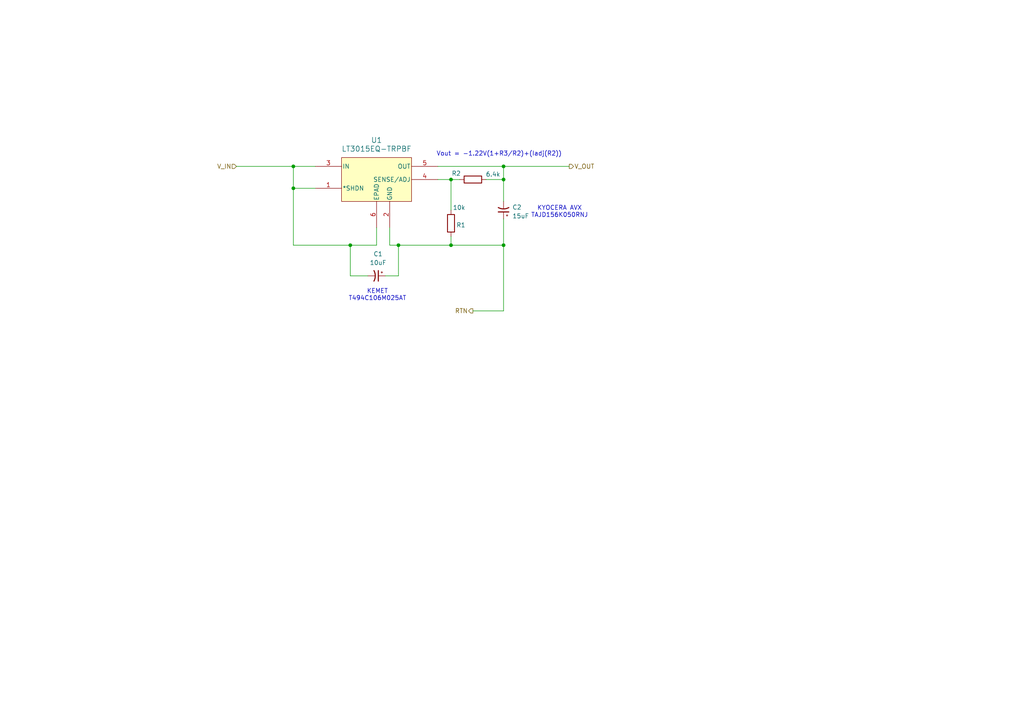
<source format=kicad_sch>
(kicad_sch
	(version 20231120)
	(generator "eeschema")
	(generator_version "8.0")
	(uuid "b0731b16-424d-45cf-9ae1-51d19507fcc2")
	(paper "A4")
	(lib_symbols
		(symbol "Analog_Dev:LT3015EQ-TRPBF"
			(pin_names
				(offset 0.254)
			)
			(exclude_from_sim no)
			(in_bom yes)
			(on_board yes)
			(property "Reference" "U"
				(at 25.4 10.16 0)
				(effects
					(font
						(size 1.524 1.524)
					)
				)
			)
			(property "Value" "LT3015EQ-TRPBF"
				(at 25.4 7.62 0)
				(effects
					(font
						(size 1.524 1.524)
					)
				)
			)
			(property "Footprint" "DDPAK-5_Q_LIT"
				(at 2.032 4.318 0)
				(effects
					(font
						(size 1.27 1.27)
						(italic yes)
					)
					(hide yes)
				)
			)
			(property "Datasheet" "LT3015EQ-TRPBF"
				(at 1.778 7.112 0)
				(effects
					(font
						(size 1.27 1.27)
						(italic yes)
					)
					(hide yes)
				)
			)
			(property "Description" ""
				(at 0 0 0)
				(effects
					(font
						(size 1.27 1.27)
					)
					(hide yes)
				)
			)
			(property "ki_locked" ""
				(at 0 0 0)
				(effects
					(font
						(size 1.27 1.27)
					)
				)
			)
			(property "ki_keywords" "LT3015EQ#TRPBF"
				(at 0 0 0)
				(effects
					(font
						(size 1.27 1.27)
					)
					(hide yes)
				)
			)
			(property "ki_fp_filters" "DDPAK-5_Q_LIT DDPAK-5_Q_LIT-M DDPAK-5_Q_LIT-L"
				(at 0 0 0)
				(effects
					(font
						(size 1.27 1.27)
					)
					(hide yes)
				)
			)
			(symbol "LT3015EQ-TRPBF_0_1"
				(pin bidirectional line
					(at 5.08 -5.08 0)
					(length 7.62)
					(name "*SHDN"
						(effects
							(font
								(size 1.27 1.27)
							)
						)
					)
					(number "1"
						(effects
							(font
								(size 1.27 1.27)
							)
						)
					)
				)
				(pin power_in line
					(at 26.67 -16.51 90)
					(length 7.62)
					(name "GND"
						(effects
							(font
								(size 1.27 1.27)
							)
						)
					)
					(number "2"
						(effects
							(font
								(size 1.27 1.27)
							)
						)
					)
				)
				(pin input line
					(at 5.08 1.27 0)
					(length 7.62)
					(name "IN"
						(effects
							(font
								(size 1.27 1.27)
							)
						)
					)
					(number "3"
						(effects
							(font
								(size 1.27 1.27)
							)
						)
					)
				)
				(pin input line
					(at 40.64 -2.54 180)
					(length 7.62)
					(name "SENSE/ADJ"
						(effects
							(font
								(size 1.27 1.27)
							)
						)
					)
					(number "4"
						(effects
							(font
								(size 1.27 1.27)
							)
						)
					)
				)
				(pin output line
					(at 40.64 1.27 180)
					(length 7.62)
					(name "OUT"
						(effects
							(font
								(size 1.27 1.27)
							)
						)
					)
					(number "5"
						(effects
							(font
								(size 1.27 1.27)
							)
						)
					)
				)
				(pin unspecified line
					(at 22.86 -16.51 90)
					(length 7.62)
					(name "EPAD"
						(effects
							(font
								(size 1.27 1.27)
							)
						)
					)
					(number "6"
						(effects
							(font
								(size 1.27 1.27)
							)
						)
					)
				)
			)
			(symbol "LT3015EQ-TRPBF_1_1"
				(rectangle
					(start 12.7 3.81)
					(end 33.02 -8.89)
					(stroke
						(width 0)
						(type default)
					)
					(fill
						(type background)
					)
				)
			)
		)
		(symbol "Device:C_Polarized_Small_US"
			(pin_numbers hide)
			(pin_names
				(offset 0.254) hide)
			(exclude_from_sim no)
			(in_bom yes)
			(on_board yes)
			(property "Reference" "C"
				(at 0.254 1.778 0)
				(effects
					(font
						(size 1.27 1.27)
					)
					(justify left)
				)
			)
			(property "Value" "C_Polarized_Small_US"
				(at 0.254 -2.032 0)
				(effects
					(font
						(size 1.27 1.27)
					)
					(justify left)
				)
			)
			(property "Footprint" ""
				(at 0 0 0)
				(effects
					(font
						(size 1.27 1.27)
					)
					(hide yes)
				)
			)
			(property "Datasheet" "~"
				(at 0 0 0)
				(effects
					(font
						(size 1.27 1.27)
					)
					(hide yes)
				)
			)
			(property "Description" "Polarized capacitor, small US symbol"
				(at 0 0 0)
				(effects
					(font
						(size 1.27 1.27)
					)
					(hide yes)
				)
			)
			(property "ki_keywords" "cap capacitor"
				(at 0 0 0)
				(effects
					(font
						(size 1.27 1.27)
					)
					(hide yes)
				)
			)
			(property "ki_fp_filters" "CP_*"
				(at 0 0 0)
				(effects
					(font
						(size 1.27 1.27)
					)
					(hide yes)
				)
			)
			(symbol "C_Polarized_Small_US_0_1"
				(polyline
					(pts
						(xy -1.524 0.508) (xy 1.524 0.508)
					)
					(stroke
						(width 0.3048)
						(type default)
					)
					(fill
						(type none)
					)
				)
				(polyline
					(pts
						(xy -1.27 1.524) (xy -0.762 1.524)
					)
					(stroke
						(width 0)
						(type default)
					)
					(fill
						(type none)
					)
				)
				(polyline
					(pts
						(xy -1.016 1.27) (xy -1.016 1.778)
					)
					(stroke
						(width 0)
						(type default)
					)
					(fill
						(type none)
					)
				)
				(arc
					(start 1.524 -0.762)
					(mid 0 -0.3734)
					(end -1.524 -0.762)
					(stroke
						(width 0.3048)
						(type default)
					)
					(fill
						(type none)
					)
				)
			)
			(symbol "C_Polarized_Small_US_1_1"
				(pin passive line
					(at 0 2.54 270)
					(length 2.032)
					(name "~"
						(effects
							(font
								(size 1.27 1.27)
							)
						)
					)
					(number "1"
						(effects
							(font
								(size 1.27 1.27)
							)
						)
					)
				)
				(pin passive line
					(at 0 -2.54 90)
					(length 2.032)
					(name "~"
						(effects
							(font
								(size 1.27 1.27)
							)
						)
					)
					(number "2"
						(effects
							(font
								(size 1.27 1.27)
							)
						)
					)
				)
			)
		)
		(symbol "Device:R"
			(pin_numbers hide)
			(pin_names
				(offset 0)
			)
			(exclude_from_sim no)
			(in_bom yes)
			(on_board yes)
			(property "Reference" "R"
				(at 2.032 0 90)
				(effects
					(font
						(size 1.27 1.27)
					)
				)
			)
			(property "Value" "R"
				(at 0 0 90)
				(effects
					(font
						(size 1.27 1.27)
					)
				)
			)
			(property "Footprint" ""
				(at -1.778 0 90)
				(effects
					(font
						(size 1.27 1.27)
					)
					(hide yes)
				)
			)
			(property "Datasheet" "~"
				(at 0 0 0)
				(effects
					(font
						(size 1.27 1.27)
					)
					(hide yes)
				)
			)
			(property "Description" "Resistor"
				(at 0 0 0)
				(effects
					(font
						(size 1.27 1.27)
					)
					(hide yes)
				)
			)
			(property "ki_keywords" "R res resistor"
				(at 0 0 0)
				(effects
					(font
						(size 1.27 1.27)
					)
					(hide yes)
				)
			)
			(property "ki_fp_filters" "R_*"
				(at 0 0 0)
				(effects
					(font
						(size 1.27 1.27)
					)
					(hide yes)
				)
			)
			(symbol "R_0_1"
				(rectangle
					(start -1.016 -2.54)
					(end 1.016 2.54)
					(stroke
						(width 0.254)
						(type default)
					)
					(fill
						(type none)
					)
				)
			)
			(symbol "R_1_1"
				(pin passive line
					(at 0 3.81 270)
					(length 1.27)
					(name "~"
						(effects
							(font
								(size 1.27 1.27)
							)
						)
					)
					(number "1"
						(effects
							(font
								(size 1.27 1.27)
							)
						)
					)
				)
				(pin passive line
					(at 0 -3.81 90)
					(length 1.27)
					(name "~"
						(effects
							(font
								(size 1.27 1.27)
							)
						)
					)
					(number "2"
						(effects
							(font
								(size 1.27 1.27)
							)
						)
					)
				)
			)
		)
	)
	(junction
		(at 130.81 71.12)
		(diameter 0)
		(color 0 0 0 0)
		(uuid "119eab65-5699-4869-ba8a-2b797344e127")
	)
	(junction
		(at 85.09 54.61)
		(diameter 0)
		(color 0 0 0 0)
		(uuid "3dafaa85-e96d-4d76-9272-3ba2dc565382")
	)
	(junction
		(at 115.57 71.12)
		(diameter 0)
		(color 0 0 0 0)
		(uuid "442cf8b3-20ce-4148-a09b-4dd94337578a")
	)
	(junction
		(at 101.6 71.12)
		(diameter 0)
		(color 0 0 0 0)
		(uuid "72e95853-1850-401c-8f39-4731c2008df4")
	)
	(junction
		(at 146.05 48.26)
		(diameter 0)
		(color 0 0 0 0)
		(uuid "7739e3fe-dcd2-42b9-aefd-e96ebe29de8c")
	)
	(junction
		(at 85.09 48.26)
		(diameter 0)
		(color 0 0 0 0)
		(uuid "b33308f6-5b45-4e9d-8dc5-3d70d4b28ab6")
	)
	(junction
		(at 146.05 52.07)
		(diameter 0)
		(color 0 0 0 0)
		(uuid "c38b3dc9-e909-4c90-938b-3d1423aa8108")
	)
	(junction
		(at 146.05 71.12)
		(diameter 0)
		(color 0 0 0 0)
		(uuid "d0ce7b8c-aff4-4e22-aee4-021e0ae7286a")
	)
	(junction
		(at 130.81 52.07)
		(diameter 0)
		(color 0 0 0 0)
		(uuid "efb81307-b9bd-489e-93f6-b537ca08b6cd")
	)
	(wire
		(pts
			(xy 146.05 71.12) (xy 130.81 71.12)
		)
		(stroke
			(width 0)
			(type default)
		)
		(uuid "065c01cd-4c6f-4bda-a061-f20ca3e39c80")
	)
	(wire
		(pts
			(xy 85.09 54.61) (xy 91.44 54.61)
		)
		(stroke
			(width 0)
			(type default)
		)
		(uuid "146e0948-9d8e-4ab9-ab61-2fb0d90d083e")
	)
	(wire
		(pts
			(xy 68.58 48.26) (xy 85.09 48.26)
		)
		(stroke
			(width 0)
			(type default)
		)
		(uuid "1ada7de2-de90-449b-9c8f-8a2a13299d4b")
	)
	(wire
		(pts
			(xy 85.09 71.12) (xy 85.09 54.61)
		)
		(stroke
			(width 0)
			(type default)
		)
		(uuid "2214427d-d75e-4e78-af22-3b7e2870c9e4")
	)
	(wire
		(pts
			(xy 115.57 71.12) (xy 130.81 71.12)
		)
		(stroke
			(width 0)
			(type default)
		)
		(uuid "25f43f2d-1fd1-4157-ae8e-65fce79c5cb0")
	)
	(wire
		(pts
			(xy 127 48.26) (xy 146.05 48.26)
		)
		(stroke
			(width 0)
			(type default)
		)
		(uuid "2a22e4fc-d078-45c5-85e8-c5c3635ea22c")
	)
	(wire
		(pts
			(xy 130.81 68.58) (xy 130.81 71.12)
		)
		(stroke
			(width 0)
			(type default)
		)
		(uuid "2bef783d-7501-4441-98c9-41971411b659")
	)
	(wire
		(pts
			(xy 130.81 52.07) (xy 133.35 52.07)
		)
		(stroke
			(width 0)
			(type default)
		)
		(uuid "2f328fdc-e506-4f0d-b505-704e5a95cb79")
	)
	(wire
		(pts
			(xy 101.6 71.12) (xy 85.09 71.12)
		)
		(stroke
			(width 0)
			(type default)
		)
		(uuid "35f13541-294b-4b93-85c7-7a7c721f24ea")
	)
	(wire
		(pts
			(xy 115.57 71.12) (xy 115.57 80.01)
		)
		(stroke
			(width 0)
			(type default)
		)
		(uuid "5076e3c9-0495-49c3-872b-90c9abef1174")
	)
	(wire
		(pts
			(xy 130.81 52.07) (xy 130.81 60.96)
		)
		(stroke
			(width 0)
			(type default)
		)
		(uuid "5a148a97-fb84-4981-a088-052589401bda")
	)
	(wire
		(pts
			(xy 109.22 71.12) (xy 101.6 71.12)
		)
		(stroke
			(width 0)
			(type default)
		)
		(uuid "5be1b1dc-6758-4c62-b925-70f951e17d03")
	)
	(wire
		(pts
			(xy 115.57 80.01) (xy 111.76 80.01)
		)
		(stroke
			(width 0)
			(type default)
		)
		(uuid "607f57d0-2dca-43c7-877c-b43285147b74")
	)
	(wire
		(pts
			(xy 146.05 63.5) (xy 146.05 71.12)
		)
		(stroke
			(width 0)
			(type default)
		)
		(uuid "72e6642a-2fdb-49a6-b745-b0b1f983186c")
	)
	(wire
		(pts
			(xy 127 52.07) (xy 130.81 52.07)
		)
		(stroke
			(width 0)
			(type default)
		)
		(uuid "794f824c-f2fe-43e7-b452-3e9acc22b33b")
	)
	(wire
		(pts
			(xy 146.05 71.12) (xy 146.05 90.17)
		)
		(stroke
			(width 0)
			(type default)
		)
		(uuid "79da2076-ee91-4394-850b-b28f0d1684c6")
	)
	(wire
		(pts
			(xy 146.05 48.26) (xy 165.1 48.26)
		)
		(stroke
			(width 0)
			(type default)
		)
		(uuid "7c08b5ab-4cfe-4c1a-8c8c-f41d403b6c5e")
	)
	(wire
		(pts
			(xy 85.09 48.26) (xy 91.44 48.26)
		)
		(stroke
			(width 0)
			(type default)
		)
		(uuid "7e9aae8b-7493-4df3-9e7f-af519ccfa31c")
	)
	(wire
		(pts
			(xy 140.97 52.07) (xy 146.05 52.07)
		)
		(stroke
			(width 0)
			(type default)
		)
		(uuid "81e41d8d-a0de-4c7f-b2f9-51f969beeb79")
	)
	(wire
		(pts
			(xy 146.05 52.07) (xy 146.05 58.42)
		)
		(stroke
			(width 0)
			(type default)
		)
		(uuid "8a86e02e-2404-49dc-a85e-2df1c90c3d20")
	)
	(wire
		(pts
			(xy 113.03 66.04) (xy 113.03 71.12)
		)
		(stroke
			(width 0)
			(type default)
		)
		(uuid "8b973043-a4d0-463c-8ee5-6d6f7a5d9f49")
	)
	(wire
		(pts
			(xy 113.03 71.12) (xy 115.57 71.12)
		)
		(stroke
			(width 0)
			(type default)
		)
		(uuid "8f9313bb-f980-432c-bbae-501c05287f5a")
	)
	(wire
		(pts
			(xy 146.05 52.07) (xy 146.05 48.26)
		)
		(stroke
			(width 0)
			(type default)
		)
		(uuid "b4d7f922-1bf5-4422-a393-da9628f3c320")
	)
	(wire
		(pts
			(xy 85.09 54.61) (xy 85.09 48.26)
		)
		(stroke
			(width 0)
			(type default)
		)
		(uuid "b774f9fd-e126-486e-912e-4adc1c1743ab")
	)
	(wire
		(pts
			(xy 109.22 66.04) (xy 109.22 71.12)
		)
		(stroke
			(width 0)
			(type default)
		)
		(uuid "c5f6aee9-fe30-4b64-9086-b294e5d4c126")
	)
	(wire
		(pts
			(xy 106.68 80.01) (xy 101.6 80.01)
		)
		(stroke
			(width 0)
			(type default)
		)
		(uuid "c74453d8-25a6-4ca8-8245-fe6a8029b420")
	)
	(wire
		(pts
			(xy 101.6 80.01) (xy 101.6 71.12)
		)
		(stroke
			(width 0)
			(type default)
		)
		(uuid "efeb106c-bd0e-42f1-a714-285c9aee1f5b")
	)
	(wire
		(pts
			(xy 137.16 90.17) (xy 146.05 90.17)
		)
		(stroke
			(width 0)
			(type default)
		)
		(uuid "f90b079a-9024-404f-91d1-35c878e5c927")
	)
	(text "Vout = -1.22V(1+R3/R2)+(Iadj(R2))"
		(exclude_from_sim no)
		(at 144.78 44.704 0)
		(effects
			(font
				(size 1.27 1.27)
			)
		)
		(uuid "724b167a-274b-4dcf-947b-0dab3487775c")
	)
	(text "KEMET\nT494C106M025AT"
		(exclude_from_sim no)
		(at 109.474 85.598 0)
		(effects
			(font
				(size 1.27 1.27)
			)
		)
		(uuid "d3376d59-0f92-441b-97cc-73d45ecab800")
	)
	(text "KYOCERA AVX\nTAJD156K050RNJ"
		(exclude_from_sim no)
		(at 162.306 61.468 0)
		(effects
			(font
				(size 1.27 1.27)
			)
		)
		(uuid "e840e0ba-c38c-44b2-a651-4372651b0233")
	)
	(hierarchical_label "V_OUT"
		(shape output)
		(at 165.1 48.26 0)
		(fields_autoplaced yes)
		(effects
			(font
				(size 1.27 1.27)
			)
			(justify left)
		)
		(uuid "815ee479-7865-425a-93f1-a3b252074933")
	)
	(hierarchical_label "V_IN"
		(shape input)
		(at 68.58 48.26 180)
		(fields_autoplaced yes)
		(effects
			(font
				(size 1.27 1.27)
			)
			(justify right)
		)
		(uuid "aa192323-591f-4ac6-a3c1-ed75cfe0dccb")
	)
	(hierarchical_label "RTN"
		(shape output)
		(at 137.16 90.17 180)
		(fields_autoplaced yes)
		(effects
			(font
				(size 1.27 1.27)
			)
			(justify right)
		)
		(uuid "d8cd945c-5721-4d09-890e-677328a21e0c")
	)
	(symbol
		(lib_id "Device:R")
		(at 137.16 52.07 90)
		(unit 1)
		(exclude_from_sim no)
		(in_bom yes)
		(on_board yes)
		(dnp no)
		(uuid "1218ab97-eb65-4093-884e-7dac1a9cfdfe")
		(property "Reference" "R2"
			(at 132.334 50.292 90)
			(effects
				(font
					(size 1.27 1.27)
				)
			)
		)
		(property "Value" "6.4k"
			(at 143.002 50.546 90)
			(effects
				(font
					(size 1.27 1.27)
				)
			)
		)
		(property "Footprint" "Resistor_SMD:R_0603_1608Metric"
			(at 137.16 53.848 90)
			(effects
				(font
					(size 1.27 1.27)
				)
				(hide yes)
			)
		)
		(property "Datasheet" "~"
			(at 137.16 52.07 0)
			(effects
				(font
					(size 1.27 1.27)
				)
				(hide yes)
			)
		)
		(property "Description" "Resistor"
			(at 137.16 52.07 0)
			(effects
				(font
					(size 1.27 1.27)
				)
				(hide yes)
			)
		)
		(pin "1"
			(uuid "6418950f-6b05-488b-ad15-a17dd6d9757c")
		)
		(pin "2"
			(uuid "8ca2ddfb-aa0c-4875-bec8-4267f47d91b4")
		)
		(instances
			(project "TPC_Warm_PDU"
				(path "/82db3d13-eee7-4cef-9304-5eb9febba289/08b7f556-8436-464d-a02b-57cafe49e6d3/02534e09-c7b9-4f1e-bdc8-ee0e60638561"
					(reference "R2")
					(unit 1)
				)
			)
		)
	)
	(symbol
		(lib_id "Device:C_Polarized_Small_US")
		(at 109.22 80.01 270)
		(unit 1)
		(exclude_from_sim no)
		(in_bom yes)
		(on_board yes)
		(dnp no)
		(fields_autoplaced yes)
		(uuid "251bc8d7-1a3a-4eef-8c12-64b35c3ec01e")
		(property "Reference" "C1"
			(at 109.6518 73.66 90)
			(effects
				(font
					(size 1.27 1.27)
				)
			)
		)
		(property "Value" "10uF"
			(at 109.6518 76.2 90)
			(effects
				(font
					(size 1.27 1.27)
				)
			)
		)
		(property "Footprint" "Capacitor_Tantalum_SMD:CP_EIA-6032-28_Kemet-C"
			(at 109.22 80.01 0)
			(effects
				(font
					(size 1.27 1.27)
				)
				(hide yes)
			)
		)
		(property "Datasheet" "~"
			(at 109.22 80.01 0)
			(effects
				(font
					(size 1.27 1.27)
				)
				(hide yes)
			)
		)
		(property "Description" "Polarized capacitor, small US symbol"
			(at 109.22 80.01 0)
			(effects
				(font
					(size 1.27 1.27)
				)
				(hide yes)
			)
		)
		(pin "2"
			(uuid "cad4a36f-d1a1-4f3a-a2da-3c769a760230")
		)
		(pin "1"
			(uuid "141ce845-657c-4eda-b8f4-d9d1e5eeed99")
		)
		(instances
			(project "TPC_Warm_PDU"
				(path "/82db3d13-eee7-4cef-9304-5eb9febba289/08b7f556-8436-464d-a02b-57cafe49e6d3/02534e09-c7b9-4f1e-bdc8-ee0e60638561"
					(reference "C1")
					(unit 1)
				)
			)
		)
	)
	(symbol
		(lib_id "Analog_Dev:LT3015EQ-TRPBF")
		(at 86.36 49.53 0)
		(unit 1)
		(exclude_from_sim no)
		(in_bom yes)
		(on_board yes)
		(dnp no)
		(fields_autoplaced yes)
		(uuid "42e22620-ab66-4838-ac8f-7146c05dfffa")
		(property "Reference" "U1"
			(at 109.22 40.64 0)
			(effects
				(font
					(size 1.524 1.524)
				)
			)
		)
		(property "Value" "LT3015EQ-TRPBF"
			(at 109.22 43.18 0)
			(effects
				(font
					(size 1.524 1.524)
				)
			)
		)
		(property "Footprint" "Analog_Dev:DDPAK-5_Q_LIT"
			(at 88.392 45.212 0)
			(effects
				(font
					(size 1.27 1.27)
					(italic yes)
				)
				(hide yes)
			)
		)
		(property "Datasheet" "LT3015EQ-TRPBF"
			(at 88.138 42.418 0)
			(effects
				(font
					(size 1.27 1.27)
					(italic yes)
				)
				(hide yes)
			)
		)
		(property "Description" ""
			(at 86.36 49.53 0)
			(effects
				(font
					(size 1.27 1.27)
				)
				(hide yes)
			)
		)
		(pin "3"
			(uuid "ae2ec23f-34ef-47f1-82f6-545541cfa9fd")
		)
		(pin "4"
			(uuid "977306c5-834e-41ce-b3c5-bd5b78055474")
		)
		(pin "5"
			(uuid "fab04f93-6c03-4ed6-89d6-55f9f7fefe4e")
		)
		(pin "6"
			(uuid "cb5b3055-0ff0-4163-9228-5b4686432d3b")
		)
		(pin "1"
			(uuid "0844a6d5-9e70-402c-b1ef-e83e8c0e2951")
		)
		(pin "2"
			(uuid "423ba7a5-c114-49bd-8cd8-1c0243d92faa")
		)
		(instances
			(project "TPC_Warm_PDU"
				(path "/82db3d13-eee7-4cef-9304-5eb9febba289/08b7f556-8436-464d-a02b-57cafe49e6d3/02534e09-c7b9-4f1e-bdc8-ee0e60638561"
					(reference "U1")
					(unit 1)
				)
			)
		)
	)
	(symbol
		(lib_id "Device:C_Polarized_Small_US")
		(at 146.05 60.96 180)
		(unit 1)
		(exclude_from_sim no)
		(in_bom yes)
		(on_board yes)
		(dnp no)
		(fields_autoplaced yes)
		(uuid "5e411a65-489b-446c-a8cf-4da6b77b4df3")
		(property "Reference" "C2"
			(at 148.59 60.1217 0)
			(effects
				(font
					(size 1.27 1.27)
				)
				(justify right)
			)
		)
		(property "Value" "15uF"
			(at 148.59 62.6617 0)
			(effects
				(font
					(size 1.27 1.27)
				)
				(justify right)
			)
		)
		(property "Footprint" "Capacitor_Tantalum_SMD:CP_EIA-7343-15_Kemet-W"
			(at 146.05 60.96 0)
			(effects
				(font
					(size 1.27 1.27)
				)
				(hide yes)
			)
		)
		(property "Datasheet" "~"
			(at 146.05 60.96 0)
			(effects
				(font
					(size 1.27 1.27)
				)
				(hide yes)
			)
		)
		(property "Description" "Polarized capacitor, small US symbol"
			(at 146.05 60.96 0)
			(effects
				(font
					(size 1.27 1.27)
				)
				(hide yes)
			)
		)
		(pin "2"
			(uuid "6de4d260-d021-4c86-9339-d246ee97df82")
		)
		(pin "1"
			(uuid "aa79572b-2b4b-410d-86eb-721f4f0254dd")
		)
		(instances
			(project "TPC_Warm_PDU"
				(path "/82db3d13-eee7-4cef-9304-5eb9febba289/08b7f556-8436-464d-a02b-57cafe49e6d3/02534e09-c7b9-4f1e-bdc8-ee0e60638561"
					(reference "C2")
					(unit 1)
				)
			)
		)
	)
	(symbol
		(lib_id "Device:R")
		(at 130.81 64.77 0)
		(unit 1)
		(exclude_from_sim no)
		(in_bom yes)
		(on_board yes)
		(dnp no)
		(uuid "ed2a5584-caf9-4be3-b864-948fdd019093")
		(property "Reference" "R1"
			(at 132.334 65.278 0)
			(effects
				(font
					(size 1.27 1.27)
				)
				(justify left)
			)
		)
		(property "Value" "10k"
			(at 131.318 60.198 0)
			(effects
				(font
					(size 1.27 1.27)
				)
				(justify left)
			)
		)
		(property "Footprint" "Resistor_SMD:R_0603_1608Metric"
			(at 129.032 64.77 90)
			(effects
				(font
					(size 1.27 1.27)
				)
				(hide yes)
			)
		)
		(property "Datasheet" "~"
			(at 130.81 64.77 0)
			(effects
				(font
					(size 1.27 1.27)
				)
				(hide yes)
			)
		)
		(property "Description" "Resistor"
			(at 130.81 64.77 0)
			(effects
				(font
					(size 1.27 1.27)
				)
				(hide yes)
			)
		)
		(pin "1"
			(uuid "fbf8fe45-5055-4cf0-a3b5-d413b8dfae77")
		)
		(pin "2"
			(uuid "848beddf-b74f-4b6a-9ee2-11bf2533d59e")
		)
		(instances
			(project "TPC_Warm_PDU"
				(path "/82db3d13-eee7-4cef-9304-5eb9febba289/08b7f556-8436-464d-a02b-57cafe49e6d3/02534e09-c7b9-4f1e-bdc8-ee0e60638561"
					(reference "R1")
					(unit 1)
				)
			)
		)
	)
)

</source>
